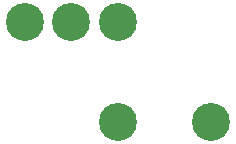
<source format=gbr>
%TF.GenerationSoftware,KiCad,Pcbnew,(6.0.5-0)*%
%TF.CreationDate,2022-08-12T15:30:33+02:00*%
%TF.ProjectId,OpenOBDPower,4f70656e-4f42-4445-906f-7765722e6b69,rev?*%
%TF.SameCoordinates,Original*%
%TF.FileFunction,Paste,Top*%
%TF.FilePolarity,Positive*%
%FSLAX46Y46*%
G04 Gerber Fmt 4.6, Leading zero omitted, Abs format (unit mm)*
G04 Created by KiCad (PCBNEW (6.0.5-0)) date 2022-08-12 15:30:33*
%MOMM*%
%LPD*%
G01*
G04 APERTURE LIST*
%ADD10C,3.215640*%
G04 APERTURE END LIST*
D10*
%TO.C,M1*%
X138105200Y-95070000D03*
X142052360Y-95070000D03*
X146002060Y-95070000D03*
X146002060Y-103469780D03*
X153904000Y-103469780D03*
%TD*%
M02*

</source>
